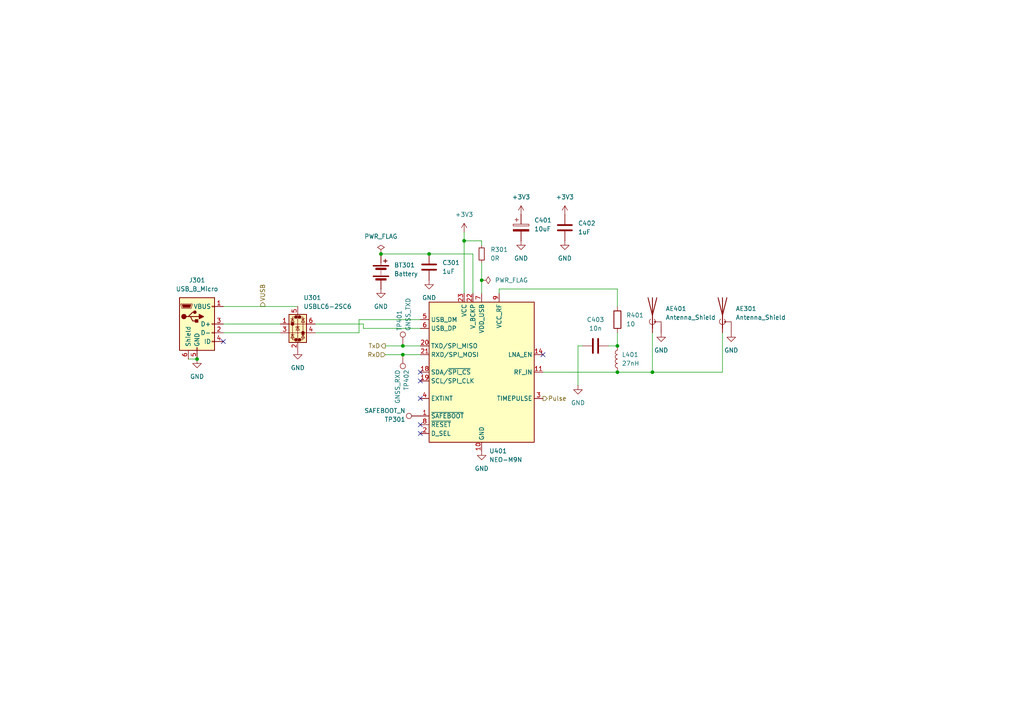
<source format=kicad_sch>
(kicad_sch (version 20231120) (generator "eeschema") (generator_version "8.0")
  (paper "A4")
  (lib_symbols
    (symbol "Connector:TestPoint" (pin_numbers hide) (pin_names (offset 0.762) hide)
      (property "Reference" "TP" (at 0 6.858 0))
      (property "Value" "TestPoint" (at 0 5.08 0))
      (symbol "TestPoint_0_1"
        (circle (center 0 3.302) (radius 0.762))
      )
      (symbol "TestPoint_1_1"
        (pin passive line (at 0 0 90) (length 2.54) (name "1") (number "1"))
      )
    )
    (symbol "Connector:USB_B_Micro" (pin_names (offset 1.016))
      (property "Reference" "J" (at -5.08 11.43 0))
      (property "Value" "USB_B_Micro" (at -5.08 8.89 0))
      (symbol "USB_B_Micro_0_1"
        (rectangle (start -5.08 -7.62) (end 5.08 7.62) (stroke (width 0.254)) (fill (type background)))
        (circle (center -3.81 2.159) (radius 0.635) (stroke (width 0.254)) (fill (type outline)))
        (circle (center -0.635 3.429) (radius 0.381) (stroke (width 0.254)) (fill (type outline)))
        (rectangle (start -0.127 -7.62) (end 0.127 -6.858))
        (polyline (pts (xy -1.905 2.159) (xy 0.635 2.159)) (stroke (width 0.254)))
        (polyline (pts (xy -3.175 2.159) (xy -2.54 2.159) (xy -1.27 3.429) (xy -0.635 3.429)) (stroke (width 0.254)))
        (polyline (pts (xy -2.54 2.159) (xy -1.905 2.159) (xy -1.27 0.889) (xy 0 0.889)) (stroke (width 0.254)))
        (polyline (pts (xy 0.635 2.794) (xy 0.635 1.524) (xy 1.905 2.159) (xy 0.635 2.794)) (stroke (width 0.254)) (fill (type outline)))
        (polyline (pts (xy -4.318 5.588) (xy -1.778 5.588) (xy -2.032 4.826) (xy -4.064 4.826) (xy -4.318 5.588)) (fill (type outline)))
        (polyline (pts (xy -4.699 5.842) (xy -4.699 5.588) (xy -4.445 4.826) (xy -4.445 4.572) (xy -1.651 4.572) (xy -1.651 4.826) (xy -1.397 5.588) (xy -1.397 5.842) (xy -4.699 5.842)))
        (rectangle (start 0.254 1.27) (end -0.508 0.508) (stroke (width 0.254)) (fill (type outline)))
        (rectangle (start 5.08 -5.207) (end 4.318 -4.953))
        (rectangle (start 5.08 -2.667) (end 4.318 -2.413))
        (rectangle (start 5.08 -0.127) (end 4.318 0.127))
        (rectangle (start 5.08 4.953) (end 4.318 5.207))
      )
      (symbol "USB_B_Micro_1_1"
        (pin power_out line (at 7.62 5.08 180) (length 2.54) (name "VBUS") (number "1"))
        (pin bidirectional line (at 7.62 -2.54 180) (length 2.54) (name "D-") (number "2"))
        (pin bidirectional line (at 7.62 0 180) (length 2.54) (name "D+") (number "3"))
        (pin passive line (at 7.62 -5.08 180) (length 2.54) (name "ID") (number "4"))
        (pin power_out line (at 0 -10.16 90) (length 2.54) (name "GND") (number "5"))
        (pin passive line (at -2.54 -10.16 90) (length 2.54) (name "Shield") (number "6"))
      )
    )
    (symbol "Device:Antenna_Shield" (pin_numbers hide) (pin_names (offset 1.016) hide)
      (property "Reference" "AE" (at -1.905 4.445 0))
      (property "Value" "Antenna_Shield" (at -1.905 2.54 0))
      (symbol "Antenna_Shield_0_1"
        (arc (start -0.508 -1.143) (mid -0.8429 -2.1194) (end 0 -2.667))
        (arc (start 0 -2.667) (mid 0.7989 -2.1052) (end 0.508 -1.143))
        (polyline (pts (xy 0 -2.54) (xy 0 0)))
        (polyline (pts (xy 0 5.08) (xy 0 -3.81)) (stroke (width 0.254)))
        (polyline (pts (xy 0.762 -1.905) (xy 2.54 -1.905)))
        (polyline (pts (xy 2.54 -2.54) (xy 2.54 -1.905)))
        (polyline (pts (xy 1.27 5.08) (xy 0 0) (xy -1.27 5.08)) (stroke (width 0.254)))
        (circle (center 0.762 -1.905) (radius 0.1778) (fill (type outline)))
      )
      (symbol "Antenna_Shield_1_1"
        (pin input line (at 0 -5.08 90) (length 2.54) (name "A") (number "1"))
        (pin input line (at 2.54 -5.08 90) (length 2.54) (name "Shield") (number "2"))
      )
    )
    (symbol "Device:Battery" (pin_numbers hide) (pin_names (offset 0) hide)
      (property "Reference" "BT" (at 2.54 2.54 0))
      (property "Value" "Battery" (at 2.54 0 0))
      (symbol "Battery_0_1"
        (rectangle (start -2.286 -1.27) (end 2.286 -1.524) (fill (type outline)))
        (rectangle (start -2.286 1.778) (end 2.286 1.524) (fill (type outline)))
        (rectangle (start -1.524 -2.032) (end 1.524 -2.54) (fill (type outline)))
        (rectangle (start -1.524 1.016) (end 1.524 0.508) (fill (type outline)))
        (polyline (pts (xy 0 -1.016) (xy 0 -0.762)))
        (polyline (pts (xy 0 -0.508) (xy 0 -0.254)))
        (polyline (pts (xy 0 0) (xy 0 0.254)))
        (polyline (pts (xy 0 1.778) (xy 0 2.54)))
        (polyline (pts (xy 0.762 3.048) (xy 1.778 3.048)) (stroke (width 0.254)))
        (polyline (pts (xy 1.27 3.556) (xy 1.27 2.54)) (stroke (width 0.254)))
      )
      (symbol "Battery_1_1"
        (pin passive line (at 0 5.08 270) (length 2.54) (name "+") (number "1"))
        (pin passive line (at 0 -5.08 90) (length 2.54) (name "-") (number "2"))
      )
    )
    (symbol "Device:C" (pin_numbers hide) (pin_names (offset 0.254))
      (property "Reference" "C" (at 0.635 2.54 0))
      (property "Value" "C" (at 0.635 -2.54 0))
      (symbol "C_0_1"
        (polyline (pts (xy -2.032 -0.762) (xy 2.032 -0.762)) (stroke (width 0.508)))
        (polyline (pts (xy -2.032 0.762) (xy 2.032 0.762)) (stroke (width 0.508)))
      )
      (symbol "C_1_1"
        (pin passive line (at 0 3.81 270) (length 2.794) (name "~") (number "1"))
        (pin passive line (at 0 -3.81 90) (length 2.794) (name "~") (number "2"))
      )
    )
    (symbol "Device:C_Polarized" (pin_numbers hide) (pin_names (offset 0.254))
      (property "Reference" "C" (at 0.635 2.54 0))
      (property "Value" "C_Polarized" (at 0.635 -2.54 0))
      (symbol "C_Polarized_0_1"
        (rectangle (start -2.286 0.508) (end 2.286 1.016))
        (polyline (pts (xy -1.778 2.286) (xy -0.762 2.286)))
        (polyline (pts (xy -1.27 2.794) (xy -1.27 1.778)))
        (rectangle (start 2.286 -0.508) (end -2.286 -1.016) (fill (type outline)))
      )
      (symbol "C_Polarized_1_1"
        (pin passive line (at 0 3.81 270) (length 2.794) (name "~") (number "1"))
        (pin passive line (at 0 -3.81 90) (length 2.794) (name "~") (number "2"))
      )
    )
    (symbol "Device:L" (pin_numbers hide) (pin_names (offset 1.016) hide)
      (property "Reference" "L" (at -1.27 0 90))
      (property "Value" "L" (at 1.905 0 90))
      (symbol "L_0_1"
        (arc (start 0 -2.54) (mid 0.6323 -1.905) (end 0 -1.27))
        (arc (start 0 -1.27) (mid 0.6323 -0.635) (end 0 0))
        (arc (start 0 0) (mid 0.6323 0.635) (end 0 1.27))
        (arc (start 0 1.27) (mid 0.6323 1.905) (end 0 2.54))
      )
      (symbol "L_1_1"
        (pin passive line (at 0 3.81 270) (length 1.27) (name "1") (number "1"))
        (pin passive line (at 0 -3.81 90) (length 1.27) (name "2") (number "2"))
      )
    )
    (symbol "Device:R" (pin_numbers hide) (pin_names (offset 0))
      (property "Reference" "R" (at 2.032 0 90))
      (property "Value" "R" (at 0 0 90))
      (symbol "R_0_1"
        (rectangle (start -1.016 -2.54) (end 1.016 2.54) (stroke (width 0.254)))
      )
      (symbol "R_1_1"
        (pin passive line (at 0 3.81 270) (length 1.27) (name "~") (number "1"))
        (pin passive line (at 0 -3.81 90) (length 1.27) (name "~") (number "2"))
      )
    )
    (symbol "Device:R_Small" (pin_numbers hide) (pin_names (offset 0.254) hide)
      (property "Reference" "R" (at 0.762 0.508 0))
      (property "Value" "R_Small" (at 0.762 -1.016 0))
      (symbol "R_Small_0_1"
        (rectangle (start -0.762 1.778) (end 0.762 -1.778) (stroke (width 0.2032)))
      )
      (symbol "R_Small_1_1"
        (pin passive line (at 0 2.54 270) (length 0.762) (name "~") (number "1"))
        (pin passive line (at 0 -2.54 90) (length 0.762) (name "~") (number "2"))
      )
    )
    (symbol "Power_Protection:USBLC6-2SC6" (pin_names hide)
      (property "Reference" "U" (at 0.635 5.715 0))
      (property "Value" "USBLC6-2SC6" (at 0.635 3.81 0))
      (symbol "USBLC6-2SC6_0_0"
        (circle (center -1.524 0) (radius 0.0001) (stroke (width 0.508)))
        (circle (center -0.508 -4.572) (radius 0.0001) (stroke (width 0.508)))
        (circle (center -0.508 2.032) (radius 0.0001) (stroke (width 0.508)))
        (circle (center 0.508 -4.572) (radius 0.0001) (stroke (width 0.508)))
        (circle (center 0.508 2.032) (radius 0.0001) (stroke (width 0.508)))
        (circle (center 1.524 -2.54) (radius 0.0001) (stroke (width 0.508)))
      )
      (symbol "USBLC6-2SC6_0_1"
        (polyline (pts (xy -2.54 -2.54) (xy 2.54 -2.54)))
        (polyline (pts (xy -2.54 0) (xy 2.54 0)))
        (polyline (pts (xy -2.032 -3.048) (xy -1.016 -3.048)))
        (polyline (pts (xy -1.016 1.524) (xy -2.032 1.524)))
        (polyline (pts (xy 1.016 -3.048) (xy 2.032 -3.048)))
        (polyline (pts (xy 1.016 1.524) (xy 2.032 1.524)))
        (polyline (pts (xy -0.508 -1.143) (xy -0.508 -0.762) (xy 0.508 -0.762)))
        (polyline (pts (xy -2.032 0.508) (xy -1.016 0.508) (xy -1.524 1.524) (xy -2.032 0.508)))
        (polyline (pts (xy -1.016 -4.064) (xy -2.032 -4.064) (xy -1.524 -3.048) (xy -1.016 -4.064)))
        (polyline (pts (xy 0.508 -1.778) (xy -0.508 -1.778) (xy 0 -0.762) (xy 0.508 -1.778)))
        (polyline (pts (xy 2.032 -4.064) (xy 1.016 -4.064) (xy 1.524 -3.048) (xy 2.032 -4.064)))
        (polyline (pts (xy 2.032 0.508) (xy 1.016 0.508) (xy 1.524 1.524) (xy 2.032 0.508)))
        (polyline (pts (xy 0 2.54) (xy -0.508 2.032) (xy 0.508 2.032) (xy 0 1.524) (xy 0 -4.064) (xy -0.508 -4.572) (xy 0.508 -4.572) (xy 0 -5.08)))
      )
      (symbol "USBLC6-2SC6_1_1"
        (rectangle (start -2.54 2.794) (end 2.54 -5.334) (stroke (width 0.254)) (fill (type background)))
        (polyline (pts (xy -0.508 2.032) (xy -1.524 2.032) (xy -1.524 -4.572) (xy -0.508 -4.572)))
        (polyline (pts (xy 0.508 -4.572) (xy 1.524 -4.572) (xy 1.524 2.032) (xy 0.508 2.032)))
        (pin passive line (at -5.08 0 0) (length 2.54) (name "I/O1") (number "1"))
        (pin passive line (at 0 -7.62 90) (length 2.54) (name "GND") (number "2"))
        (pin passive line (at -5.08 -2.54 0) (length 2.54) (name "I/O2") (number "3"))
        (pin passive line (at 5.08 -2.54 180) (length 2.54) (name "I/O2") (number "4"))
        (pin passive line (at 0 5.08 270) (length 2.54) (name "VBUS") (number "5"))
        (pin passive line (at 5.08 0 180) (length 2.54) (name "I/O1") (number "6"))
      )
    )
    (symbol "RF_GPS:NEO-M8N"
      (property "Reference" "U" (at -13.97 21.59 0))
      (property "Value" "NEO-M8N" (at 11.43 21.59 0))
      (symbol "NEO-M8N_0_1"
        (rectangle (start -15.24 20.32) (end 15.24 -20.32) (stroke (width 0.254)) (fill (type background)))
      )
      (symbol "NEO-M8N_1_1"
        (pin input line (at -17.78 -12.7 0) (length 2.54) (name "~{SAFEBOOT}") (number "1"))
        (pin power_in line (at 0 -22.86 90) (length 2.54) (name "GND") (number "10"))
        (pin input line (at 17.78 0 180) (length 2.54) (name "RF_IN") (number "11"))
        (pin passive line (at 0 -22.86 90) (length 2.54) hide (name "GND") (number "12"))
        (pin passive line (at 0 -22.86 90) (length 2.54) hide (name "GND") (number "13"))
        (pin output line (at 17.78 5.08 180) (length 2.54) (name "LNA_EN") (number "14"))
        (pin no_connect line (at 15.24 -10.16 180) (length 2.54) hide (name "RESERVED") (number "15"))
        (pin no_connect line (at 15.24 -12.7 180) (length 2.54) hide (name "RESERVED") (number "16"))
        (pin no_connect line (at 15.24 -15.24 180) (length 2.54) hide (name "RESERVED") (number "17"))
        (pin bidirectional line (at -17.78 0 0) (length 2.54) (name "SDA/~{SPI_CS}") (number "18"))
        (pin input line (at -17.78 -2.54 0) (length 2.54) (name "SCL/SPI_CLK") (number "19"))
        (pin input line (at -17.78 -17.78 0) (length 2.54) (name "D_SEL") (number "2"))
        (pin output line (at -17.78 7.62 0) (length 2.54) (name "TXD/SPI_MISO") (number "20"))
        (pin input line (at -17.78 5.08 0) (length 2.54) (name "RXD/SPI_MOSI") (number "21"))
        (pin power_in line (at -2.54 22.86 270) (length 2.54) (name "V_BCKP") (number "22"))
        (pin power_in line (at -5.08 22.86 270) (length 2.54) (name "VCC") (number "23"))
        (pin passive line (at 0 -22.86 90) (length 2.54) hide (name "GND") (number "24"))
        (pin output line (at 17.78 -7.62 180) (length 2.54) (name "TIMEPULSE") (number "3"))
        (pin input line (at -17.78 -7.62 0) (length 2.54) (name "EXTINT") (number "4"))
        (pin bidirectional line (at -17.78 15.24 0) (length 2.54) (name "USB_DM") (number "5"))
        (pin bidirectional line (at -17.78 12.7 0) (length 2.54) (name "USB_DP") (number "6"))
        (pin power_in line (at 0 22.86 270) (length 2.54) (name "VDD_USB") (number "7"))
        (pin input line (at -17.78 -15.24 0) (length 2.54) (name "~{RESET}") (number "8"))
        (pin power_out line (at 5.08 22.86 270) (length 2.54) (name "VCC_RF") (number "9"))
      )
    )
    (symbol "power:+3V3" (power) (pin_numbers hide) (pin_names (offset 0) hide)
      (property "Value" "+3V3" (at 0 3.556 0))
      (symbol "+3V3_0_1"
        (polyline (pts (xy -0.762 1.27) (xy 0 2.54)))
        (polyline (pts (xy 0 0) (xy 0 2.54)))
        (polyline (pts (xy 0 2.54) (xy 0.762 1.27)))
      )
      (symbol "+3V3_1_1"
        (pin power_in line (at 0 0 90) (length 0) (name "~") (number "1"))
      )
    )
    (symbol "power:GND" (power) (pin_numbers hide) (pin_names (offset 0) hide)
      (property "Value" "GND" (at 0 -3.81 0))
      (symbol "GND_0_1"
        (polyline (pts (xy 0 0) (xy 0 -1.27) (xy 1.27 -1.27) (xy 0 -2.54) (xy -1.27 -1.27) (xy 0 -1.27)))
      )
      (symbol "GND_1_1"
        (pin power_in line (at 0 0 270) (length 0) (name "~") (number "1"))
      )
    )
    (symbol "power:PWR_FLAG" (power) (pin_numbers hide) (pin_names (offset 0) hide)
      (property "Value" "PWR_FLAG" (at 0 3.81 0))
      (symbol "PWR_FLAG_0_0"
        (pin power_out line (at 0 0 90) (length 0) (name "~") (number "1"))
      )
      (symbol "PWR_FLAG_0_1"
        (polyline (pts (xy 0 0) (xy 0 1.27) (xy -1.016 1.905) (xy 0 2.54) (xy 1.016 1.905) (xy 0 1.27)))
      )
    )
  )
  (junction (at 116.84 102.87))
  (junction (at 179.07 107.95))
  (junction (at 57.15 104.14))
  (junction (at 189.23 107.95))
  (junction (at 139.7 81.28))
  (junction (at 134.62 69.85))
  (junction (at 110.49 73.66))
  (junction (at 116.84 100.33))
  (junction (at 179.07 100.33))
  (junction (at 124.46 73.66))
  (no_connect (at 121.92 115.57))
  (no_connect (at 121.92 123.19))
  (no_connect (at 64.77 99.06))
  (no_connect (at 157.48 102.87))
  (no_connect (at 121.92 107.95))
  (no_connect (at 121.92 125.73))
  (no_connect (at 121.92 110.49))
  (wire (pts (xy 111.76 100.33) (xy 116.84 100.33)))
  (wire (pts (xy 157.48 107.95) (xy 179.07 107.95)))
  (wire (pts (xy 64.77 88.9) (xy 86.36 88.9)))
  (wire (pts (xy 110.49 73.66) (xy 124.46 73.66)))
  (wire (pts (xy 179.07 107.95) (xy 189.23 107.95)))
  (wire (pts (xy 104.14 92.71) (xy 104.14 96.52)))
  (wire (pts (xy 105.41 93.98) (xy 105.41 95.25)))
  (wire (pts (xy 64.77 96.52) (xy 81.28 96.52)))
  (wire (pts (xy 124.46 73.66) (xy 137.16 73.66)))
  (wire (pts (xy 167.64 100.33) (xy 168.91 100.33)))
  (wire (pts (xy 64.77 93.98) (xy 81.28 93.98)))
  (wire (pts (xy 139.7 81.28) (xy 139.7 76.2)))
  (wire (pts (xy 137.16 73.66) (xy 137.16 85.09)))
  (wire (pts (xy 189.23 107.95) (xy 209.55 107.95)))
  (wire (pts (xy 134.62 69.85) (xy 134.62 85.09)))
  (wire (pts (xy 167.64 111.76) (xy 167.64 100.33)))
  (wire (pts (xy 134.62 69.85) (xy 139.7 69.85)))
  (wire (pts (xy 134.62 67.31) (xy 134.62 69.85)))
  (wire (pts (xy 116.84 102.87) (xy 121.92 102.87)))
  (wire (pts (xy 54.61 104.14) (xy 57.15 104.14)))
  (wire (pts (xy 139.7 85.09) (xy 139.7 81.28)))
  (wire (pts (xy 111.76 102.87) (xy 116.84 102.87)))
  (wire (pts (xy 139.7 71.12) (xy 139.7 69.85)))
  (wire (pts (xy 116.84 100.33) (xy 121.92 100.33)))
  (wire (pts (xy 179.07 96.52) (xy 179.07 100.33)))
  (wire (pts (xy 179.07 83.82) (xy 179.07 88.9)))
  (wire (pts (xy 189.23 107.95) (xy 189.23 96.52)))
  (wire (pts (xy 176.53 100.33) (xy 179.07 100.33)))
  (wire (pts (xy 105.41 93.98) (xy 91.44 93.98)))
  (wire (pts (xy 104.14 92.71) (xy 121.92 92.71)))
  (wire (pts (xy 144.78 83.82) (xy 179.07 83.82)))
  (wire (pts (xy 144.78 83.82) (xy 144.78 85.09)))
  (wire (pts (xy 209.55 107.95) (xy 209.55 96.52)))
  (wire (pts (xy 104.14 96.52) (xy 91.44 96.52)))
  (wire (pts (xy 121.92 95.25) (xy 105.41 95.25)))
  (hierarchical_label "RxD" (shape input) (at 111.76 102.87 180))
  (hierarchical_label "Pulse" (shape output) (at 157.48 115.57 0))
  (hierarchical_label "TxD" (shape output) (at 111.76 100.33 180))
  (hierarchical_label "VUSB" (shape output) (at 76.2 88.9 90))
  (symbol (lib_id "Device:L") (at 179.07 104.14 180) (unit 1)
    (property "Reference" "L401" (at 180.34 102.8699 0) (effects (justify right)))
    (property "Value" "27nH" (at 180.34 105.4099 0) (effects (justify right)))
    (property "Footprint" "Inductor_SMD:L_0402_1005Metric_Pad0.77x0.64mm_HandSolder" (effects (hide yes)))
    (property "Description" "Inductor" (effects (hide yes)))
  )
  (symbol (lib_id "power:GND") (at 212.09 96.52 0) (unit 1)
    (property "Reference" "#PWR0303" (effects (hide yes)))
    (property "Value" "GND" (at 212.09 101.6 0))
    (property "Description" "Power symbol creates a global label with name \"GND\" , ground" (effects (hide yes)))
  )
  (symbol (lib_id "Power_Protection:USBLC6-2SC6") (at 86.36 93.98 0) (unit 1)
    (property "Reference" "U301" (at 88.0111 86.36 0) (effects (justify left)))
    (property "Value" "USBLC6-2SC6" (at 88.0111 88.9 0) (effects (justify left)))
    (property "Footprint" "Package_TO_SOT_SMD:SOT-23-6" (effects (hide yes)))
    (property "Datasheet" "https://www.st.com/resource/en/datasheet/usblc6-2.pdf" (effects (hide yes)))
    (property "Description" "Very low capacitance ESD protection diode, 2 data-line, SOT-23-6" (effects (hide yes)))
  )
  (symbol (lib_id "Connector:TestPoint") (at 121.92 120.65 90) (unit 1)
    (property "Reference" "TP301" (at 117.602 121.666 90) (effects (justify left)))
    (property "Value" "SAFEBOOT_N" (at 117.602 119.126 90) (effects (justify left)))
    (property "Footprint" "TestPoint:TestPoint_Pad_D1.5mm" (effects (hide yes)))
    (property "Description" "test point" (effects (hide yes)))
  )
  (symbol (lib_id "Device:C") (at 163.83 66.04 0) (unit 1)
    (property "Reference" "C402" (at 167.64 64.7699 0) (effects (justify left)))
    (property "Value" "1uF" (at 167.64 67.3099 0) (effects (justify left)))
    (property "Footprint" "Capacitor_SMD:C_0603_1608Metric_Pad1.08x0.95mm_HandSolder" (effects (hide yes)))
    (property "Description" "Unpolarized capacitor" (effects (hide yes)))
  )
  (symbol (lib_id "power:GND") (at 163.83 69.85 0) (unit 1)
    (property "Reference" "#PWR0404" (effects (hide yes)))
    (property "Value" "GND" (at 163.83 74.93 0))
    (property "Description" "Power symbol creates a global label with name \"GND\" , ground" (effects (hide yes)))
  )
  (symbol (lib_id "power:GND") (at 110.49 83.82 0) (unit 1)
    (property "Reference" "#PWR0304" (effects (hide yes)))
    (property "Value" "GND" (at 110.49 88.9 0))
    (property "Description" "Power symbol creates a global label with name \"GND\" , ground" (effects (hide yes)))
  )
  (symbol (lib_id "Device:Antenna_Shield") (at 209.55 91.44 0) (unit 1)
    (property "Reference" "AE301" (at 213.36 89.5349 0) (effects (justify left)))
    (property "Value" "Antenna_Shield" (at 213.36 92.0749 0) (effects (justify left)))
    (property "Footprint" "Connector_Coaxial:U.FL_Molex_MCRF_73412-0110_Vertical" (effects (hide yes)))
    (property "Description" "Antenna with extra pin for shielding" (effects (hide yes)))
  )
  (symbol (lib_id "Device:C") (at 124.46 77.47 0) (unit 1)
    (property "Reference" "C301" (at 128.27 76.1999 0) (effects (justify left)))
    (property "Value" "1uF" (at 128.27 78.7399 0) (effects (justify left)))
    (property "Footprint" "Capacitor_SMD:C_0603_1608Metric_Pad1.08x0.95mm_HandSolder" (effects (hide yes)))
    (property "Description" "Unpolarized capacitor" (effects (hide yes)))
  )
  (symbol (lib_id "power:GND") (at 191.77 96.52 0) (unit 1)
    (property "Reference" "#PWR0406" (effects (hide yes)))
    (property "Value" "GND" (at 191.77 101.6 0))
    (property "Description" "Power symbol creates a global label with name \"GND\" , ground" (effects (hide yes)))
  )
  (symbol (lib_id "Device:Antenna_Shield") (at 189.23 91.44 0) (unit 1)
    (property "Reference" "AE401" (at 193.04 89.5349 0) (effects (justify left)))
    (property "Value" "Antenna_Shield" (at 193.04 92.0749 0) (effects (justify left)))
    (property "Footprint" "w_conn_rf:lemo_epb00250ntn" (effects (hide yes)))
    (property "Description" "Antenna with extra pin for shielding" (effects (hide yes)))
  )
  (symbol (lib_id "power:GND") (at 151.13 69.85 0) (unit 1)
    (property "Reference" "#PWR0403" (effects (hide yes)))
    (property "Value" "GND" (at 151.13 74.93 0))
    (property "Description" "Power symbol creates a global label with name \"GND\" , ground" (effects (hide yes)))
  )
  (symbol (lib_id "power:GND") (at 139.7 130.81 0) (unit 1)
    (property "Reference" "#PWR0409" (effects (hide yes)))
    (property "Value" "GND" (at 139.7 135.89 0))
    (property "Description" "Power symbol creates a global label with name \"GND\" , ground" (effects (hide yes)))
  )
  (symbol (lib_id "Device:R_Small") (at 139.7 73.66 0) (unit 1)
    (property "Reference" "R301" (at 142.24 72.3899 0) (effects (justify left)))
    (property "Value" "0R" (at 142.24 74.9299 0) (effects (justify left)))
    (property "Footprint" "Resistor_SMD:R_0603_1608Metric_Pad0.98x0.95mm_HandSolder" (effects (hide yes)))
    (property "Description" "Resistor, small symbol" (effects (hide yes)))
  )
  (symbol (lib_id "power:+3V3") (at 163.83 62.23 0) (unit 1)
    (property "Reference" "#PWR0402" (effects (hide yes)))
    (property "Value" "+3V3" (at 163.83 57.15 0))
    (property "Description" "Power symbol creates a global label with name \"+3V3\"" (effects (hide yes)))
  )
  (symbol (lib_id "Connector:TestPoint") (at 116.84 100.33 0) (unit 1)
    (property "Reference" "TP401" (at 115.824 96.012 90) (effects (justify left)))
    (property "Value" "GNSS_TXD" (at 118.364 96.012 90) (effects (justify left)))
    (property "Footprint" "TestPoint:TestPoint_Pad_D1.5mm" (effects (hide yes)))
    (property "Description" "test point" (effects (hide yes)))
  )
  (symbol (lib_id "RF_GPS:NEO-M8N") (at 139.7 107.95 0) (unit 1)
    (property "Reference" "U401" (at 141.8941 130.81 0) (effects (justify left)))
    (property "Value" "NEO-M9N" (at 141.8941 133.35 0) (effects (justify left)))
    (property "Footprint" "RF_GPS:ublox_NEO" (effects (hide yes)))
    (property "Datasheet" "https://cdn.sparkfun.com/assets/b/f/b/a/7/NEO-M9N_DataSheet__UBX-19014285_.pdf" (effects (hide yes)))
    (property "Description" "GNSS Module NEO M8, VCC 2.7V to 3.6V" (effects (hide yes)))
    (property "Integration manual" "https://content.u-blox.com/sites/default/files/NEO-M9N_Integrationmanual_UBX-19014286.pdf" (effects (hide yes)))
  )
  (symbol (lib_id "power:+3V3") (at 134.62 67.31 0) (unit 1)
    (property "Reference" "#PWR0405" (effects (hide yes)))
    (property "Value" "+3V3" (at 134.62 62.23 0))
    (property "Description" "Power symbol creates a global label with name \"+3V3\"" (effects (hide yes)))
  )
  (symbol (lib_id "power:GND") (at 86.36 101.6 0) (unit 1)
    (property "Reference" "#PWR0301" (effects (hide yes)))
    (property "Value" "GND" (at 86.36 106.68 0))
    (property "Description" "Power symbol creates a global label with name \"GND\" , ground" (effects (hide yes)))
  )
  (symbol (lib_id "power:GND") (at 167.64 111.76 0) (unit 1)
    (property "Reference" "#PWR0407" (effects (hide yes)))
    (property "Value" "GND" (at 167.64 116.84 0))
    (property "Description" "Power symbol creates a global label with name \"GND\" , ground" (effects (hide yes)))
  )
  (symbol (lib_id "power:PWR_FLAG") (at 139.7 81.28 270) (unit 1)
    (property "Reference" "#FLG0302" (effects (hide yes)))
    (property "Value" "PWR_FLAG" (at 143.51 81.2799 90) (effects (justify left)))
    (property "Description" "Special symbol for telling ERC where power comes from" (effects (hide yes)))
  )
  (symbol (lib_id "Device:C_Polarized") (at 151.13 66.04 0) (unit 1)
    (property "Reference" "C401" (at 154.94 63.8809 0) (effects (justify left)))
    (property "Value" "10uF" (at 154.94 66.4209 0) (effects (justify left)))
    (property "Footprint" "Capacitor_Tantalum_SMD:CP_EIA-3528-15_AVX-H_Pad1.50x2.35mm_HandSolder" (effects (hide yes)))
    (property "Description" "Polarized capacitor" (effects (hide yes)))
  )
  (symbol (lib_id "power:GND") (at 57.15 104.14 0) (unit 1)
    (property "Reference" "#PWR0302" (effects (hide yes)))
    (property "Value" "GND" (at 57.15 109.22 0))
    (property "Description" "Power symbol creates a global label with name \"GND\" , ground" (effects (hide yes)))
  )
  (symbol (lib_id "Connector:USB_B_Micro") (at 57.15 93.98 0) (unit 1)
    (property "Reference" "J301" (at 57.15 81.28 0))
    (property "Value" "USB_B_Micro" (at 57.15 83.82 0))
    (property "Footprint" "KiCad:USB3145301A" (effects (hide yes)))
    (property "Datasheet" "https://cz.mouser.com/datasheet/2/837/USB3145-2888215.pdf" (effects (hide yes)))
    (property "Description" "USB Micro Type B connector" (effects (hide yes)))
  )
  (symbol (lib_id "power:+3V3") (at 151.13 62.23 0) (unit 1)
    (property "Reference" "#PWR0401" (effects (hide yes)))
    (property "Value" "+3V3" (at 151.13 57.15 0))
    (property "Description" "Power symbol creates a global label with name \"+3V3\"" (effects (hide yes)))
  )
  (symbol (lib_id "power:GND") (at 124.46 81.28 0) (unit 1)
    (property "Reference" "#PWR0305" (effects (hide yes)))
    (property "Value" "GND" (at 124.46 86.36 0))
    (property "Description" "Power symbol creates a global label with name \"GND\" , ground" (effects (hide yes)))
  )
  (symbol (lib_id "Device:C") (at 172.72 100.33 90) (unit 1)
    (property "Reference" "C403" (at 172.72 92.71 90))
    (property "Value" "10n" (at 172.72 95.25 90))
    (property "Footprint" "Capacitor_SMD:C_0805_2012Metric_Pad1.18x1.45mm_HandSolder" (effects (hide yes)))
    (property "Description" "Unpolarized capacitor" (effects (hide yes)))
  )
  (symbol (lib_id "power:PWR_FLAG") (at 110.49 73.66 0) (unit 1)
    (property "Reference" "#FLG0301" (effects (hide yes)))
    (property "Value" "PWR_FLAG" (at 110.49 68.58 0))
    (property "Description" "Special symbol for telling ERC where power comes from" (effects (hide yes)))
  )
  (symbol (lib_id "Connector:TestPoint") (at 116.84 102.87 180) (unit 1)
    (property "Reference" "TP402" (at 117.856 107.188 90) (effects (justify left)))
    (property "Value" "GNSS_RXD" (at 115.316 107.188 90) (effects (justify left)))
    (property "Footprint" "TestPoint:TestPoint_Pad_D1.5mm" (effects (hide yes)))
    (property "Description" "test point" (effects (hide yes)))
  )
  (symbol (lib_id "Device:Battery") (at 110.49 78.74 0) (unit 1)
    (property "Reference" "BT301" (at 114.3 76.8984 0) (effects (justify left)))
    (property "Value" "Battery" (at 114.3 79.4384 0) (effects (justify left)))
    (property "Footprint" "Battery:BatteryHolder_MPD_BC2003_1x2032" (effects (hide yes)))
    (property "Description" "Multiple-cell battery" (effects (hide yes)))
  )
  (symbol (lib_id "Device:R") (at 179.07 92.71 0) (unit 1)
    (property "Reference" "R401" (at 181.61 91.4399 0) (effects (justify left)))
    (property "Value" "10" (at 181.61 93.9799 0) (effects (justify left)))
    (property "Footprint" "Resistor_SMD:R_1206_3216Metric_Pad1.30x1.75mm_HandSolder" (effects (hide yes)))
    (property "Description" "Resistor" (effects (hide yes)))
  )
)
</source>
